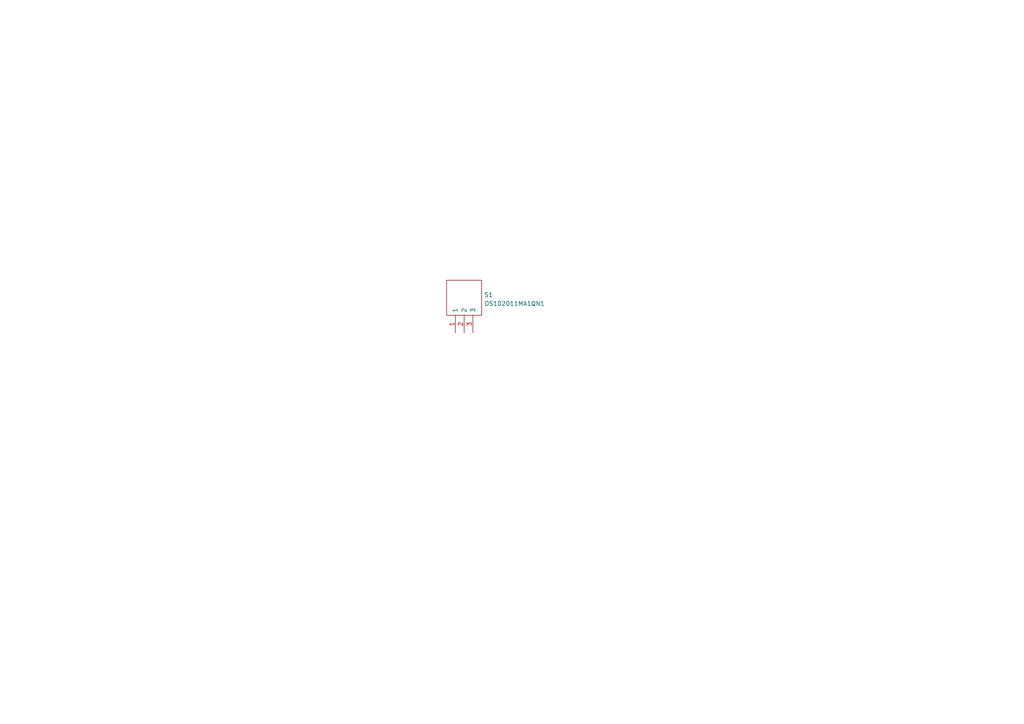
<source format=kicad_sch>
(kicad_sch (version 20211123) (generator eeschema)
  (paper "A4")
  (lib_symbols
    (symbol "Switches_CC:OS102011MA1QN1" (pin_names (offset 0.762))
      (property "Reference" "S" (at 8.89 20.32 0))
      (property "Value" "OS102011MA1QN1" (at 8.89 17.78 0))
      (symbol "OS102011MA1QN1_0_0"
        (pin passive line (at 0 0 90) (length 5.08) (name "1") (number "1"))
        (pin passive line (at 2.54 0 90) (length 5.08) (name "2") (number "2"))
        (pin passive line (at 5.08 0 90) (length 5.08) (name "3") (number "3"))
      )
      (symbol "OS102011MA1QN1_0_1"
        (polyline (pts (xy -2.54 15.24) (xy 7.62 15.24) (xy 7.62 5.08) (xy -2.54 5.08) (xy -2.54 15.24)) (stroke (width 0.1524)))
      )
    )
  )
  (symbol (lib_id "Switches_CC:OS102011MA1QN1") (at 132.08 96.52 0) (unit 1)
    (property "Reference" "S1" (at 140.4112 85.5253 0) (effects (justify left)))
    (property "Value" "OS102011MA1QN1" (at 140.4112 88.0622 0) (effects (justify left)))
    (property "Footprint" "OS102011MA1QN1" (effects hide))
    (property "Datasheet" "http://www.ckswitches.com/media/1428/os.pdf" (effects hide))
    (property "Description" "Switch Slide Right Angle SPDT 0.1A 12VDC Through Hole Slide Switch SPDT On-On 0.1 A@ 12 V dc Slide" (effects hide))
    (property "Mouser Part Number" "611-OS102011MA1QN1" (effects hide))
    (property "Mouser Price/Stock" "https://www.mouser.co.uk/ProductDetail/CK/OS102011MA1QN1?qs=WtljUlYws5R6MUgHcLkz4w%3D%3D" (effects hide))
    (property "Manufacturer_Name" "C & K COMPONENTS" (effects hide))
    (property "Manufacturer_Part_Number" "OS102011MA1QN1" (effects hide))
  )
)
</source>
